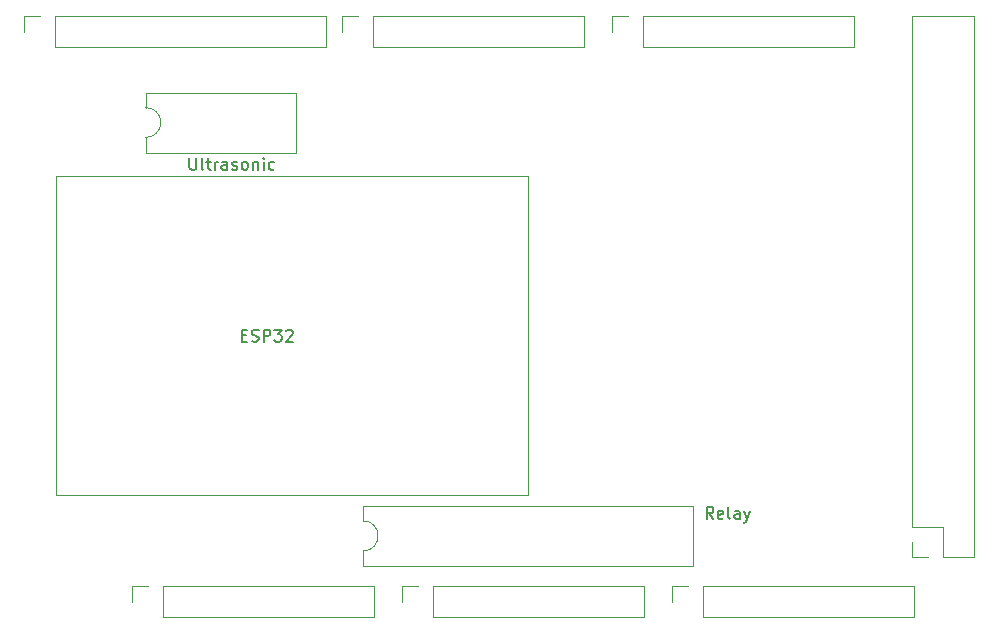
<source format=gbr>
%TF.GenerationSoftware,KiCad,Pcbnew,(6.0.7)*%
%TF.CreationDate,2022-08-30T16:18:00+09:00*%
%TF.ProjectId,jongseol,6a6f6e67-7365-46f6-9c2e-6b696361645f,rev?*%
%TF.SameCoordinates,Original*%
%TF.FileFunction,Legend,Top*%
%TF.FilePolarity,Positive*%
%FSLAX46Y46*%
G04 Gerber Fmt 4.6, Leading zero omitted, Abs format (unit mm)*
G04 Created by KiCad (PCBNEW (6.0.7)) date 2022-08-30 16:18:00*
%MOMM*%
%LPD*%
G01*
G04 APERTURE LIST*
%ADD10C,0.150000*%
%ADD11C,0.120000*%
G04 APERTURE END LIST*
D10*
%TO.C,Relay*%
X175785714Y-90452380D02*
X175452380Y-89976190D01*
X175214285Y-90452380D02*
X175214285Y-89452380D01*
X175595238Y-89452380D01*
X175690476Y-89500000D01*
X175738095Y-89547619D01*
X175785714Y-89642857D01*
X175785714Y-89785714D01*
X175738095Y-89880952D01*
X175690476Y-89928571D01*
X175595238Y-89976190D01*
X175214285Y-89976190D01*
X176595238Y-90404761D02*
X176500000Y-90452380D01*
X176309523Y-90452380D01*
X176214285Y-90404761D01*
X176166666Y-90309523D01*
X176166666Y-89928571D01*
X176214285Y-89833333D01*
X176309523Y-89785714D01*
X176500000Y-89785714D01*
X176595238Y-89833333D01*
X176642857Y-89928571D01*
X176642857Y-90023809D01*
X176166666Y-90119047D01*
X177214285Y-90452380D02*
X177119047Y-90404761D01*
X177071428Y-90309523D01*
X177071428Y-89452380D01*
X178023809Y-90452380D02*
X178023809Y-89928571D01*
X177976190Y-89833333D01*
X177880952Y-89785714D01*
X177690476Y-89785714D01*
X177595238Y-89833333D01*
X178023809Y-90404761D02*
X177928571Y-90452380D01*
X177690476Y-90452380D01*
X177595238Y-90404761D01*
X177547619Y-90309523D01*
X177547619Y-90214285D01*
X177595238Y-90119047D01*
X177690476Y-90071428D01*
X177928571Y-90071428D01*
X178023809Y-90023809D01*
X178404761Y-89785714D02*
X178642857Y-90452380D01*
X178880952Y-89785714D02*
X178642857Y-90452380D01*
X178547619Y-90690476D01*
X178500000Y-90738095D01*
X178404761Y-90785714D01*
%TO.C,E1*%
X135857142Y-74928571D02*
X136190476Y-74928571D01*
X136333333Y-75452380D02*
X135857142Y-75452380D01*
X135857142Y-74452380D01*
X136333333Y-74452380D01*
X136714285Y-75404761D02*
X136857142Y-75452380D01*
X137095238Y-75452380D01*
X137190476Y-75404761D01*
X137238095Y-75357142D01*
X137285714Y-75261904D01*
X137285714Y-75166666D01*
X137238095Y-75071428D01*
X137190476Y-75023809D01*
X137095238Y-74976190D01*
X136904761Y-74928571D01*
X136809523Y-74880952D01*
X136761904Y-74833333D01*
X136714285Y-74738095D01*
X136714285Y-74642857D01*
X136761904Y-74547619D01*
X136809523Y-74500000D01*
X136904761Y-74452380D01*
X137142857Y-74452380D01*
X137285714Y-74500000D01*
X137714285Y-75452380D02*
X137714285Y-74452380D01*
X138095238Y-74452380D01*
X138190476Y-74500000D01*
X138238095Y-74547619D01*
X138285714Y-74642857D01*
X138285714Y-74785714D01*
X138238095Y-74880952D01*
X138190476Y-74928571D01*
X138095238Y-74976190D01*
X137714285Y-74976190D01*
X138619047Y-74452380D02*
X139238095Y-74452380D01*
X138904761Y-74833333D01*
X139047619Y-74833333D01*
X139142857Y-74880952D01*
X139190476Y-74928571D01*
X139238095Y-75023809D01*
X139238095Y-75261904D01*
X139190476Y-75357142D01*
X139142857Y-75404761D01*
X139047619Y-75452380D01*
X138761904Y-75452380D01*
X138666666Y-75404761D01*
X138619047Y-75357142D01*
X139619047Y-74547619D02*
X139666666Y-74500000D01*
X139761904Y-74452380D01*
X140000000Y-74452380D01*
X140095238Y-74500000D01*
X140142857Y-74547619D01*
X140190476Y-74642857D01*
X140190476Y-74738095D01*
X140142857Y-74880952D01*
X139571428Y-75452380D01*
X140190476Y-75452380D01*
%TO.C,Ultrasonic*%
X131428571Y-59897380D02*
X131428571Y-60706904D01*
X131476190Y-60802142D01*
X131523809Y-60849761D01*
X131619047Y-60897380D01*
X131809523Y-60897380D01*
X131904761Y-60849761D01*
X131952380Y-60802142D01*
X132000000Y-60706904D01*
X132000000Y-59897380D01*
X132619047Y-60897380D02*
X132523809Y-60849761D01*
X132476190Y-60754523D01*
X132476190Y-59897380D01*
X132857142Y-60230714D02*
X133238095Y-60230714D01*
X133000000Y-59897380D02*
X133000000Y-60754523D01*
X133047619Y-60849761D01*
X133142857Y-60897380D01*
X133238095Y-60897380D01*
X133571428Y-60897380D02*
X133571428Y-60230714D01*
X133571428Y-60421190D02*
X133619047Y-60325952D01*
X133666666Y-60278333D01*
X133761904Y-60230714D01*
X133857142Y-60230714D01*
X134619047Y-60897380D02*
X134619047Y-60373571D01*
X134571428Y-60278333D01*
X134476190Y-60230714D01*
X134285714Y-60230714D01*
X134190476Y-60278333D01*
X134619047Y-60849761D02*
X134523809Y-60897380D01*
X134285714Y-60897380D01*
X134190476Y-60849761D01*
X134142857Y-60754523D01*
X134142857Y-60659285D01*
X134190476Y-60564047D01*
X134285714Y-60516428D01*
X134523809Y-60516428D01*
X134619047Y-60468809D01*
X135047619Y-60849761D02*
X135142857Y-60897380D01*
X135333333Y-60897380D01*
X135428571Y-60849761D01*
X135476190Y-60754523D01*
X135476190Y-60706904D01*
X135428571Y-60611666D01*
X135333333Y-60564047D01*
X135190476Y-60564047D01*
X135095238Y-60516428D01*
X135047619Y-60421190D01*
X135047619Y-60373571D01*
X135095238Y-60278333D01*
X135190476Y-60230714D01*
X135333333Y-60230714D01*
X135428571Y-60278333D01*
X136047619Y-60897380D02*
X135952380Y-60849761D01*
X135904761Y-60802142D01*
X135857142Y-60706904D01*
X135857142Y-60421190D01*
X135904761Y-60325952D01*
X135952380Y-60278333D01*
X136047619Y-60230714D01*
X136190476Y-60230714D01*
X136285714Y-60278333D01*
X136333333Y-60325952D01*
X136380952Y-60421190D01*
X136380952Y-60706904D01*
X136333333Y-60802142D01*
X136285714Y-60849761D01*
X136190476Y-60897380D01*
X136047619Y-60897380D01*
X136809523Y-60230714D02*
X136809523Y-60897380D01*
X136809523Y-60325952D02*
X136857142Y-60278333D01*
X136952380Y-60230714D01*
X137095238Y-60230714D01*
X137190476Y-60278333D01*
X137238095Y-60373571D01*
X137238095Y-60897380D01*
X137714285Y-60897380D02*
X137714285Y-60230714D01*
X137714285Y-59897380D02*
X137666666Y-59945000D01*
X137714285Y-59992619D01*
X137761904Y-59945000D01*
X137714285Y-59897380D01*
X137714285Y-59992619D01*
X138619047Y-60849761D02*
X138523809Y-60897380D01*
X138333333Y-60897380D01*
X138238095Y-60849761D01*
X138190476Y-60802142D01*
X138142857Y-60706904D01*
X138142857Y-60421190D01*
X138190476Y-60325952D01*
X138238095Y-60278333D01*
X138333333Y-60230714D01*
X138523809Y-60230714D01*
X138619047Y-60278333D01*
D11*
%TO.C,J4*%
X195250000Y-93710000D02*
X195250000Y-91110000D01*
X192650000Y-91110000D02*
X192650000Y-47870000D01*
X193980000Y-93710000D02*
X192650000Y-93710000D01*
X195250000Y-91110000D02*
X192650000Y-91110000D01*
X192650000Y-93710000D02*
X192650000Y-92380000D01*
X197850000Y-47870000D02*
X192650000Y-47870000D01*
X197850000Y-93710000D02*
X195250000Y-93710000D01*
X197850000Y-93710000D02*
X197850000Y-47870000D01*
%TO.C,J1*%
X129210000Y-98790000D02*
X147050000Y-98790000D01*
X129210000Y-98790000D02*
X129210000Y-96130000D01*
X147050000Y-98790000D02*
X147050000Y-96130000D01*
X129210000Y-96130000D02*
X147050000Y-96130000D01*
X126610000Y-97460000D02*
X126610000Y-96130000D01*
X126610000Y-96130000D02*
X127940000Y-96130000D01*
%TO.C,J2*%
X152070000Y-98790000D02*
X169910000Y-98790000D01*
X152070000Y-96130000D02*
X169910000Y-96130000D01*
X149470000Y-97460000D02*
X149470000Y-96130000D01*
X149470000Y-96130000D02*
X150800000Y-96130000D01*
X152070000Y-98790000D02*
X152070000Y-96130000D01*
X169910000Y-98790000D02*
X169910000Y-96130000D01*
%TO.C,J3*%
X174930000Y-98790000D02*
X192770000Y-98790000D01*
X172330000Y-97460000D02*
X172330000Y-96130000D01*
X192770000Y-98790000D02*
X192770000Y-96130000D01*
X172330000Y-96130000D02*
X173660000Y-96130000D01*
X174930000Y-98790000D02*
X174930000Y-96130000D01*
X174930000Y-96130000D02*
X192770000Y-96130000D01*
%TO.C,J5*%
X120066000Y-50530000D02*
X120066000Y-47870000D01*
X120066000Y-47870000D02*
X142986000Y-47870000D01*
X142986000Y-50530000D02*
X142986000Y-47870000D01*
X117466000Y-49200000D02*
X117466000Y-47870000D01*
X117466000Y-47870000D02*
X118796000Y-47870000D01*
X120066000Y-50530000D02*
X142986000Y-50530000D01*
%TO.C,J6*%
X144390000Y-49200000D02*
X144390000Y-47870000D01*
X146990000Y-50530000D02*
X164830000Y-50530000D01*
X164830000Y-50530000D02*
X164830000Y-47870000D01*
X146990000Y-50530000D02*
X146990000Y-47870000D01*
X146990000Y-47870000D02*
X164830000Y-47870000D01*
X144390000Y-47870000D02*
X145720000Y-47870000D01*
%TO.C,J7*%
X167250000Y-49200000D02*
X167250000Y-47870000D01*
X169850000Y-50530000D02*
X169850000Y-47870000D01*
X167250000Y-47870000D02*
X168580000Y-47870000D01*
X169850000Y-47870000D02*
X187690000Y-47870000D01*
X169850000Y-50530000D02*
X187690000Y-50530000D01*
X187690000Y-50530000D02*
X187690000Y-47870000D01*
%TO.C,Relay*%
X146125000Y-94445000D02*
X171525000Y-94445000D01*
X174065000Y-89365000D02*
X174065000Y-94445000D01*
X146125000Y-89365000D02*
X174065000Y-89365000D01*
X146125000Y-89365000D02*
X146125000Y-90635000D01*
X174065000Y-94445000D02*
X171525000Y-94445000D01*
X146125000Y-94445000D02*
X146125000Y-93175000D01*
X146125000Y-93175000D02*
G75*
G03*
X146125000Y-90635000I0J1270000D01*
G01*
%TO.C,E1*%
X120095000Y-61405000D02*
X160095000Y-61405000D01*
X160095000Y-61405000D02*
X160095000Y-88405000D01*
X160095000Y-88405000D02*
X120095000Y-88405000D01*
X120095000Y-88405000D02*
X120095000Y-61405000D01*
%TO.C,Ultrasonic*%
X127745000Y-58175000D02*
X127745000Y-59445000D01*
X127745000Y-59445000D02*
X140445000Y-59445000D01*
X140445000Y-59445000D02*
X140445000Y-54365000D01*
X127745000Y-54365000D02*
X127745000Y-55635000D01*
X140445000Y-54365000D02*
X127745000Y-54365000D01*
X127745000Y-58175000D02*
G75*
G03*
X129015000Y-56905000I0J1270000D01*
G01*
X129015000Y-56905000D02*
G75*
G03*
X127745000Y-55635000I-1270000J0D01*
G01*
%TD*%
M02*

</source>
